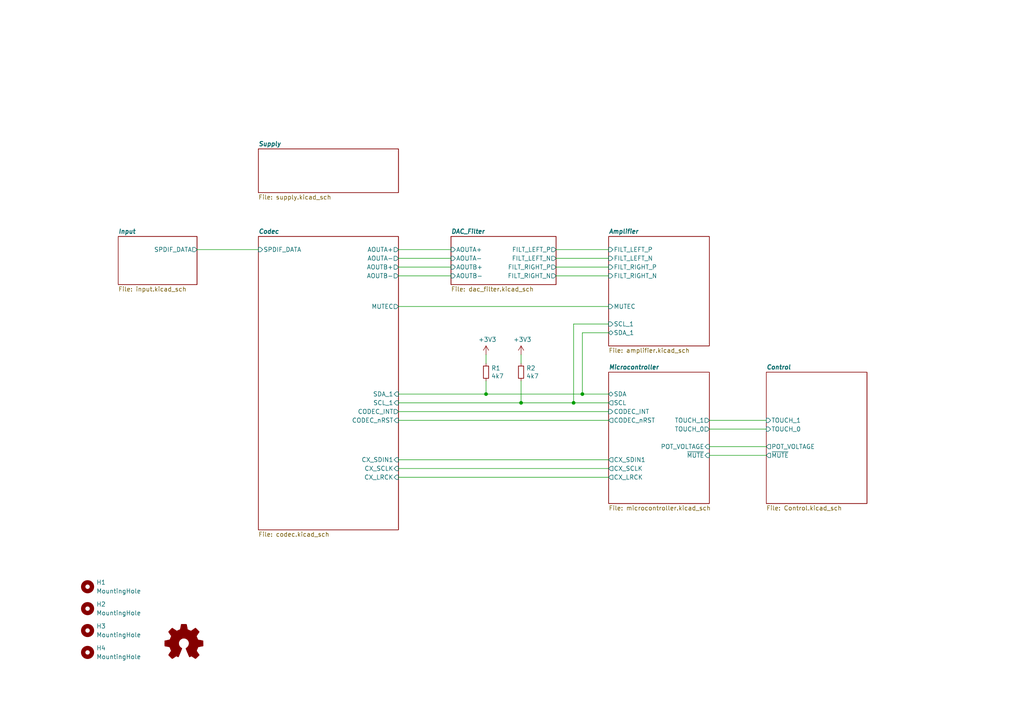
<source format=kicad_sch>
(kicad_sch (version 20230121) (generator eeschema)
  (paper "A4")
  (title_block (title "Ample/Hierarchy") (date "2023-07-14") (rev "00.01"))
  (lib_symbols
    (symbol "Device:R_Small" (pin_numbers hide) (pin_names (offset 0.254) hide)
      (property "Reference" "R" (at 0.762 0.508 0))
      (property "Value" "R_Small" (at 0.762 -1.016 0))
      (symbol "R_Small_0_1"
        (rectangle (start -0.762 1.778) (end 0.762 -1.778) (stroke (width 0.2032)))
      )
      (symbol "R_Small_1_1"
        (pin passive line (at 0 2.54 270) (length 0.762) (name "~") (number "1"))
        (pin passive line (at 0 -2.54 90) (length 0.762) (name "~") (number "2"))
      )
    )
    (symbol "Graphic:Logo_Open_Hardware_Small" (in_bom no) (on_board no)
      (symbol "Logo_Open_Hardware_Small_0_1"
        (polyline (pts (xy 3.3528 -4.3434) (xy 3.302 -4.318) (xy 3.175 -4.2418) (xy 2.9972 -4.1148) (xy 2.7686 -3.9624) (xy 2.54 -3.81) (xy 2.3622 -3.7084) (xy 2.2352 -3.6068) (xy 2.1844 -3.5814) (xy 2.159 -3.6068) (xy 2.0574 -3.6576) (xy 1.905 -3.7338) (xy 1.8034 -3.7846) (xy 1.6764 -3.8354) (xy 1.6002 -3.8354) (xy 1.6002 -3.8354) (xy 1.5494 -3.7338) (xy 1.4732 -3.5306) (xy 1.3462 -3.302) (xy 1.2446 -3.0226) (xy 1.1176 -2.7178) (xy 0.9652 -2.413) (xy 0.8636 -2.1082) (xy 0.7366 -1.8288) (xy 0.6604 -1.6256) (xy 0.6096 -1.4732) (xy 0.5842 -1.397) (xy 0.5842 -1.397) (xy 0.6604 -1.3208) (xy 0.7874 -1.2446) (xy 1.0414 -1.016) (xy 1.2954 -0.6858) (xy 1.4478 -0.3302) (xy 1.524 0.0762) (xy 1.4732 0.4572) (xy 1.3208 0.8128) (xy 1.0668 1.143) (xy 0.762 1.3716) (xy 0.4064 1.524) (xy 0 1.5748) (xy -0.381 1.5494) (xy -0.7366 1.397) (xy -1.0668 1.143) (xy -1.2192 0.9906) (xy -1.397 0.6604) (xy -1.524 0.3048) (xy -1.524 0.2286) (xy -1.4986 -0.1778) (xy -1.397 -0.5334) (xy -1.1938 -0.8636) (xy -0.9144 -1.143) (xy -0.8636 -1.1684) (xy -0.7366 -1.27) (xy -0.635 -1.3462) (xy -0.5842 -1.397) (xy -1.0668 -2.5908) (xy -1.143 -2.794) (xy -1.2954 -3.1242) (xy -1.397 -3.4036) (xy -1.4986 -3.6322) (xy -1.5748 -3.7846) (xy -1.6002 -3.8354) (xy -1.6002 -3.8354) (xy -1.651 -3.8354) (xy -1.7272 -3.81) (xy -1.905 -3.7338) (xy -2.0066 -3.683) (xy -2.1336 -3.6068) (xy -2.2098 -3.5814) (xy -2.2606 -3.6068) (xy -2.3622 -3.683) (xy -2.54 -3.81) (xy -2.7686 -3.9624) (xy -2.9718 -4.0894) (xy -3.1496 -4.2164) (xy -3.302 -4.318) (xy -3.3528 -4.3434) (xy -3.3782 -4.3434) (xy -3.429 -4.318) (xy -3.5306 -4.2164) (xy -3.7084 -4.064) (xy -3.937 -3.8354) (xy -3.9624 -3.81) (xy -4.1656 -3.6068) (xy -4.318 -3.4544) (xy -4.4196 -3.3274) (xy -4.445 -3.2766) (xy -4.445 -3.2766) (xy -4.4196 -3.2258) (xy -4.318 -3.0734) (xy -4.2164 -2.8956) (xy -4.064 -2.667) (xy -3.6576 -2.0828) (xy -3.8862 -1.5494) (xy -3.937 -1.3716) (xy -4.0386 -1.1684) (xy -4.0894 -1.0414) (xy -4.1148 -0.9652) (xy -4.191 -0.9398) (xy -4.318 -0.9144) (xy -4.5466 -0.8636) (xy -4.8006 -0.8128) (xy -5.0546 -0.7874) (xy -5.2578 -0.7366) (xy -5.4356 -0.7112) (xy -5.5118 -0.6858) (xy -5.5118 -0.6858) (xy -5.5372 -0.635) (xy -5.5372 -0.5588) (xy -5.5372 -0.4318) (xy -5.5626 -0.2286) (xy -5.5626 0.0762) (xy -5.5626 0.127) (xy -5.5372 0.4064) (xy -5.5372 0.635) (xy -5.5372 0.762) (xy -5.5372 0.8382) (xy -5.5372 0.8382) (xy -5.461 0.8382) (xy -5.3086 0.889) (xy -5.08 0.9144) (xy -4.826 0.9652) (xy -4.8006 0.9906) (xy -4.5466 1.0414) (xy -4.318 1.0668) (xy -4.1656 1.1176) (xy -4.0894 1.143) (xy -4.0894 1.143) (xy -4.0386 1.2446) (xy -3.9624 1.4224) (xy -3.8608 1.6256) (xy -3.7846 1.8288) (xy -3.7084 2.0066) (xy -3.6576 2.159) (xy -3.6322 2.2098) (xy -3.6322 2.2098) (xy -3.683 2.286) (xy -3.7592 2.413) (xy -3.8862 2.5908) (xy -4.064 2.8194) (xy -4.064 2.8448) (xy -4.2164 3.0734) (xy -4.3434 3.2512) (xy -4.4196 3.3782) (xy -4.445 3.4544) (xy -4.445 3.4544) (xy -4.3942 3.5052) (xy -4.2926 3.6322) (xy -4.1148 3.81) (xy -3.937 4.0132) (xy -3.8608 4.064) (xy -3.6576 4.2926) (xy -3.5052 4.4196) (xy -3.4036 4.4958) (xy -3.3528 4.5212) (xy -3.3528 4.5212) (xy -3.302 4.4704) (xy -3.1496 4.3688) (xy -2.9718 4.2418) (xy -2.7432 4.0894) (xy -2.7178 4.0894) (xy -2.4892 3.937) (xy -2.3114 3.81) (xy -2.1844 3.7084) (xy -2.1336 3.683) (xy -2.1082 3.683) (xy -2.032 3.7084) (xy -1.8542 3.7592) (xy -1.6764 3.8354) (xy -1.4732 3.937) (xy -1.27 4.0132) (xy -1.143 4.064) (xy -1.0668 4.1148) (xy -1.0668 4.1148) (xy -1.0414 4.191) (xy -1.016 4.3434) (xy -0.9652 4.572) (xy -0.9144 4.8514) (xy -0.889 4.9022) (xy -0.8382 5.1562) (xy -0.8128 5.3848) (xy -0.7874 5.5372) (xy -0.762 5.588) (xy -0.7112 5.6134) (xy -0.5842 5.6134) (xy -0.4064 5.6134) (xy -0.1524 5.6134) (xy 0.0762 5.6134) (xy 0.3302 5.6134) (xy 0.5334 5.6134) (xy 0.6858 5.588) (xy 0.7366 5.588) (xy 0.7366 5.588) (xy 0.762 5.5118) (xy 0.8128 5.334) (xy 0.8382 5.1054) (xy 0.9144 4.826) (xy 0.9144 4.7752) (xy 0.9652 4.5212) (xy 1.016 4.2926) (xy 1.0414 4.1402) (xy 1.0668 4.0894) (xy 1.0668 4.0894) (xy 1.1938 4.0386) (xy 1.3716 3.9624) (xy 1.5748 3.8608) (xy 2.0828 3.6576) (xy 2.7178 4.0894) (xy 2.7686 4.1402) (xy 2.9972 4.2926) (xy 3.175 4.4196) (xy 3.302 4.4958) (xy 3.3782 4.5212) (xy 3.3782 4.5212) (xy 3.429 4.4704) (xy 3.556 4.3434) (xy 3.7338 4.191) (xy 3.9116 3.9878) (xy 4.064 3.8354) (xy 4.2418 3.6576) (xy 4.3434 3.556) (xy 4.4196 3.4798) (xy 4.4196 3.429) (xy 4.4196 3.4036) (xy 4.3942 3.3274) (xy 4.2926 3.2004) (xy 4.1656 2.9972) (xy 4.0132 2.794) (xy 3.8862 2.5908) (xy 3.7592 2.3876) (xy 3.6576 2.2352) (xy 3.6322 2.159) (xy 3.6322 2.1336) (xy 3.683 2.0066) (xy 3.7592 1.8288) (xy 3.8608 1.6002) (xy 4.064 1.1176) (xy 4.3942 1.0414) (xy 4.5974 1.016) (xy 4.8768 0.9652) (xy 5.1308 0.9144) (xy 5.5372 0.8382) (xy 5.5626 -0.6604) (xy 5.4864 -0.6858) (xy 5.4356 -0.6858) (xy 5.2832 -0.7366) (xy 5.0546 -0.762) (xy 4.8006 -0.8128) (xy 4.5974 -0.8636) (xy 4.3688 -0.9144) (xy 4.2164 -0.9398) (xy 4.1402 -0.9398) (xy 4.1148 -0.9652) (xy 4.064 -1.0668) (xy 3.9878 -1.2446) (xy 3.9116 -1.4478) (xy 3.81 -1.651) (xy 3.7338 -1.8542) (xy 3.683 -2.0066) (xy 3.6576 -2.0828) (xy 3.683 -2.1336) (xy 3.7846 -2.2606) (xy 3.8862 -2.4638) (xy 4.0386 -2.667) (xy 4.191 -2.8956) (xy 4.318 -3.0734) (xy 4.3942 -3.2004) (xy 4.445 -3.2766) (xy 4.4196 -3.3274) (xy 4.3434 -3.429) (xy 4.1656 -3.5814) (xy 3.937 -3.8354) (xy 3.8862 -3.8608) (xy 3.683 -4.064) (xy 3.5306 -4.2164) (xy 3.4036 -4.318) (xy 3.3528 -4.3434)) (fill (type outline)))
      )
    )
    (symbol "Mechanical:MountingHole" (pin_names (offset 1.016))
      (property "Reference" "H" (at 0 5.08 0))
      (property "Value" "MountingHole" (at 0 3.175 0))
      (symbol "MountingHole_0_1"
        (circle (center 0 0) (radius 1.27) (stroke (width 1.27)))
      )
    )
    (symbol "power:+3V3" (power) (pin_names (offset 0))
      (property "Value" "+3V3" (at 0 3.556 0))
      (symbol "+3V3_0_1"
        (polyline (pts (xy -0.762 1.27) (xy 0 2.54)))
        (polyline (pts (xy 0 0) (xy 0 2.54)))
        (polyline (pts (xy 0 2.54) (xy 0.762 1.27)))
      )
      (symbol "+3V3_1_1"
        (pin power_in line (at 0 0 90) (length 0) hide (name "+3V3") (number "1"))
      )
    )
  )
  (junction (at 166.37 116.84))
  (junction (at 151.13 116.84))
  (junction (at 168.91 114.3))
  (junction (at 140.97 114.3))
  (wire (pts (xy 115.57 121.92) (xy 176.53 121.92)))
  (wire (pts (xy 115.57 138.43) (xy 176.53 138.43)))
  (wire (pts (xy 115.57 119.38) (xy 176.53 119.38)))
  (wire (pts (xy 115.57 77.47) (xy 130.81 77.47)))
  (wire (pts (xy 166.37 93.98) (xy 166.37 116.84)))
  (wire (pts (xy 161.29 77.47) (xy 176.53 77.47)))
  (wire (pts (xy 115.57 116.84) (xy 151.13 116.84)))
  (wire (pts (xy 161.29 72.39) (xy 176.53 72.39)))
  (wire (pts (xy 176.53 96.52) (xy 168.91 96.52)))
  (wire (pts (xy 205.74 132.08) (xy 222.25 132.08)))
  (wire (pts (xy 57.15 72.39) (xy 74.93 72.39)))
  (wire (pts (xy 205.74 124.46) (xy 222.25 124.46)))
  (wire (pts (xy 161.29 80.01) (xy 176.53 80.01)))
  (wire (pts (xy 115.57 114.3) (xy 140.97 114.3)))
  (wire (pts (xy 151.13 102.87) (xy 151.13 105.41)))
  (wire (pts (xy 115.57 72.39) (xy 130.81 72.39)))
  (wire (pts (xy 151.13 110.49) (xy 151.13 116.84)))
  (wire (pts (xy 176.53 93.98) (xy 166.37 93.98)))
  (wire (pts (xy 140.97 110.49) (xy 140.97 114.3)))
  (wire (pts (xy 168.91 96.52) (xy 168.91 114.3)))
  (wire (pts (xy 115.57 74.93) (xy 130.81 74.93)))
  (wire (pts (xy 161.29 74.93) (xy 176.53 74.93)))
  (wire (pts (xy 205.74 129.54) (xy 222.25 129.54)))
  (wire (pts (xy 166.37 116.84) (xy 176.53 116.84)))
  (wire (pts (xy 140.97 102.87) (xy 140.97 105.41)))
  (wire (pts (xy 115.57 80.01) (xy 130.81 80.01)))
  (wire (pts (xy 205.74 121.92) (xy 222.25 121.92)))
  (wire (pts (xy 168.91 114.3) (xy 176.53 114.3)))
  (wire (pts (xy 140.97 114.3) (xy 168.91 114.3)))
  (wire (pts (xy 115.57 88.9) (xy 176.53 88.9)))
  (wire (pts (xy 151.13 116.84) (xy 166.37 116.84)))
  (wire (pts (xy 115.57 133.35) (xy 176.53 133.35)))
  (wire (pts (xy 115.57 135.89) (xy 176.53 135.89)))
  (symbol (lib_id "Device:R_Small") (at 151.13 107.95 0) (unit 1)
    (property "Reference" "R2" (at 152.6286 106.7816 0) (effects (justify left)))
    (property "Value" "4k7" (at 152.6286 109.093 0) (effects (justify left)))
    (property "Footprint" "Resistor_SMD:R_0603_1608Metric" (effects hide))
  )
  (symbol (lib_id "Device:R_Small") (at 140.97 107.95 0) (unit 1)
    (property "Reference" "R1" (at 142.4686 106.7816 0) (effects (justify left)))
    (property "Value" "4k7" (at 142.4686 109.093 0) (effects (justify left)))
    (property "Footprint" "Resistor_SMD:R_0603_1608Metric" (effects hide))
  )
  (symbol (lib_id "power:+3V3") (at 140.97 102.87 0) (unit 1)
    (property "Reference" "#PWR01" (effects hide))
    (property "Value" "+3V3" (at 141.351 98.4758 0))
  )
  (symbol (lib_id "power:+3V3") (at 151.13 102.87 0) (unit 1)
    (property "Reference" "#PWR02" (effects hide))
    (property "Value" "+3V3" (at 151.511 98.4758 0))
  )
  (symbol (lib_id "Mechanical:MountingHole") (at 25.4 189.23 0) (unit 1)
    (property "Reference" "H4" (at 27.94 187.96 0) (effects (justify left)))
    (property "Value" "MountingHole" (at 27.94 190.5 0) (effects (justify left)))
    (property "Footprint" "MountingHole:MountingHole_3.2mm_M3" (effects hide))
  )
  (symbol (lib_id "Mechanical:MountingHole") (at 25.4 170.18 0) (unit 1)
    (property "Reference" "H1" (at 27.94 168.91 0) (effects (justify left)))
    (property "Value" "MountingHole" (at 27.94 171.45 0) (effects (justify left)))
    (property "Footprint" "MountingHole:MountingHole_3.2mm_M3" (effects hide))
  )
  (symbol (lib_id "Mechanical:MountingHole") (at 25.4 182.88 0) (unit 1)
    (property "Reference" "H3" (at 27.94 181.61 0) (effects (justify left)))
    (property "Value" "MountingHole" (at 27.94 184.15 0) (effects (justify left)))
    (property "Footprint" "MountingHole:MountingHole_3.2mm_M3" (effects hide))
  )
  (symbol (lib_id "Mechanical:MountingHole") (at 25.4 176.53 0) (unit 1)
    (property "Reference" "H2" (at 27.94 175.26 0) (effects (justify left)))
    (property "Value" "MountingHole" (at 27.94 177.8 0) (effects (justify left)))
    (property "Footprint" "MountingHole:MountingHole_3.2mm_M3" (effects hide))
  )
  (symbol (lib_id "Graphic:Logo_Open_Hardware_Small") (at 53.34 186.69 0) (unit 1) (in_bom no) (on_board no)
    (property "Reference" "#SYM1" (effects hide))
    (property "Value" "Logo_Open_Hardware_Small" (effects hide))
    (property "Footprint" "Symbol:OSHW-Symbol_33.5x30mm_SilkScreen" (effects hide))
    (property "Sim.Enable" "0" (effects hide))
  )
  (sheet (at 74.93 43.18) (size 40.64 12.7)
    (property "Sheetname" "Supply" (at 74.93 42.4684 0) (effects (font bold italic) (justify left bottom)))
    (property "Sheetfile" "supply.kicad_sch" (at 74.93 56.4646 0) (effects (justify left top)))
  )
  (sheet (at 176.53 107.95) (size 29.21 38.1)
    (property "Sheetname" "Microcontroller" (at 176.53 107.2384 0) (effects (font bold italic) (justify left bottom)))
    (property "Sheetfile" "microcontroller.kicad_sch" (at 176.53 146.6346 0) (effects (justify left top)))
    (pin "SDA" bidirectional (at 176.53 114.3 180))
    (pin "SCL" output (at 176.53 116.84 180))
    (pin "CODEC_INT" input (at 176.53 119.38 180))
    (pin "CODEC_nRST" output (at 176.53 121.92 180))
    (pin "TOUCH_1" output (at 205.74 121.92 0))
    (pin "TOUCH_0" output (at 205.74 124.46 0))
    (pin "CX_LRCK" output (at 176.53 138.43 180))
    (pin "CX_SDIN1" output (at 176.53 133.35 180))
    (pin "CX_SCLK" output (at 176.53 135.89 180))
    (pin "POT_VOLTAGE" input (at 205.74 129.54 0))
    (pin "~{MUTE}" input (at 205.74 132.08 0))
  )
  (sheet (at 74.93 68.58) (size 40.64 85.09)
    (property "Sheetname" "Codec" (at 74.93 67.8684 0) (effects (font bold italic) (justify left bottom)))
    (property "Sheetfile" "codec.kicad_sch" (at 74.93 154.2546 0) (effects (justify left top)))
    (pin "SDA_1" input (at 115.57 114.3 0))
    (pin "SCL_1" input (at 115.57 116.84 0))
    (pin "CX_LRCK" input (at 115.57 138.43 0))
    (pin "CX_SCLK" input (at 115.57 135.89 0))
    (pin "CX_SDIN1" input (at 115.57 133.35 0))
    (pin "SPDIF_DATA" input (at 74.93 72.39 180))
    (pin "AOUTA-" output (at 115.57 74.93 0))
    (pin "AOUTA+" output (at 115.57 72.39 0))
    (pin "AOUTB+" output (at 115.57 77.47 0))
    (pin "AOUTB-" output (at 115.57 80.01 0))
    (pin "MUTEC" output (at 115.57 88.9 0))
    (pin "CODEC_nRST" input (at 115.57 121.92 0))
    (pin "CODEC_INT" output (at 115.57 119.38 0))
  )
  (sheet (at 176.53 68.58) (size 29.21 31.75)
    (property "Sheetname" "Amplifier" (at 176.53 67.8684 0) (effects (font bold italic) (justify left bottom)))
    (property "Sheetfile" "amplifier.kicad_sch" (at 176.53 100.9146 0) (effects (justify left top)))
    (pin "FILT_LEFT_N" input (at 176.53 74.93 180))
    (pin "FILT_RIGHT_N" input (at 176.53 80.01 180))
    (pin "FILT_RIGHT_P" input (at 176.53 77.47 180))
    (pin "FILT_LEFT_P" input (at 176.53 72.39 180))
    (pin "SCL_1" input (at 176.53 93.98 180))
    (pin "SDA_1" bidirectional (at 176.53 96.52 180))
    (pin "MUTEC" input (at 176.53 88.9 180))
  )
  (sheet (at 34.29 68.58) (size 22.86 13.97)
    (property "Sheetname" "Input" (at 34.29 67.8684 0) (effects (font bold italic) (justify left bottom)))
    (property "Sheetfile" "input.kicad_sch" (at 34.29 83.1346 0) (effects (justify left top)))
    (pin "SPDIF_DATA" output (at 57.15 72.39 0))
  )
  (sheet (at 222.25 107.95) (size 29.21 38.1) (stroke (width 0.1524))
    (property "Sheetname" "Control" (at 222.25 107.2384 0) (effects (font bold italic) (justify left bottom)))
    (property "Sheetfile" "Control.kicad_sch" (at 222.25 146.6346 0) (effects (justify left top)))
    (pin "POT_VOLTAGE" output (at 222.25 129.54 180))
    (pin "~{MUTE}" output (at 222.25 132.08 180))
    (pin "TOUCH_1" input (at 222.25 121.92 180))
    (pin "TOUCH_0" input (at 222.25 124.46 180))
  )
  (sheet (at 130.81 68.58) (size 30.48 13.97) (stroke (width 0.1524))
    (property "Sheetname" "DAC_Filter" (at 130.81 67.8684 0) (effects (font bold italic) (justify left bottom)))
    (property "Sheetfile" "dac_filter.kicad_sch" (at 130.81 83.1346 0) (effects (justify left top)))
    (pin "AOUTA-" input (at 130.81 74.93 180))
    (pin "AOUTA+" input (at 130.81 72.39 180))
    (pin "AOUTB+" input (at 130.81 77.47 180))
    (pin "AOUTB-" input (at 130.81 80.01 180))
    (pin "FILT_LEFT_P" output (at 161.29 72.39 0))
    (pin "FILT_LEFT_N" output (at 161.29 74.93 0))
    (pin "FILT_RIGHT_P" output (at 161.29 77.47 0))
    (pin "FILT_RIGHT_N" output (at 161.29 80.01 0))
  )
)
</source>
